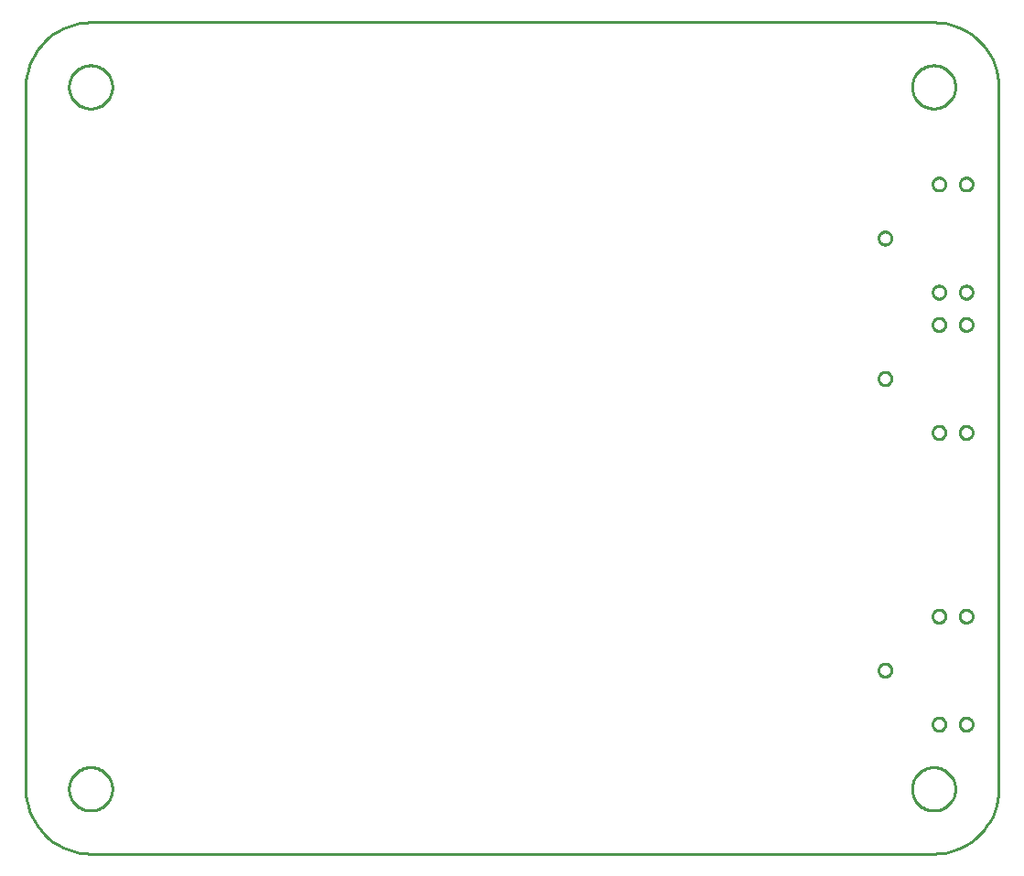
<source format=gbr>
G04 EAGLE Gerber RS-274X export*
G75*
%MOMM*%
%FSLAX34Y34*%
%LPD*%
%IN*%
%IPPOS*%
%AMOC8*
5,1,8,0,0,1.08239X$1,22.5*%
G01*
%ADD10C,0.254000*%


D10*
X0Y60000D02*
X228Y54771D01*
X912Y49581D01*
X2044Y44471D01*
X3618Y39479D01*
X5622Y34643D01*
X8038Y30000D01*
X10851Y25585D01*
X14037Y21433D01*
X17574Y17574D01*
X21433Y14037D01*
X25585Y10851D01*
X30000Y8038D01*
X34643Y5622D01*
X39479Y3618D01*
X44471Y2044D01*
X49581Y912D01*
X54771Y228D01*
X60000Y0D01*
X840000Y0D01*
X845229Y228D01*
X850419Y912D01*
X855529Y2044D01*
X860521Y3618D01*
X865357Y5622D01*
X870000Y8038D01*
X874415Y10851D01*
X878567Y14037D01*
X882426Y17574D01*
X885963Y21433D01*
X889149Y25585D01*
X891962Y30000D01*
X894378Y34643D01*
X896382Y39479D01*
X897956Y44471D01*
X899088Y49581D01*
X899772Y54771D01*
X900000Y60000D01*
X900000Y710000D01*
X899772Y715229D01*
X899088Y720419D01*
X897956Y725529D01*
X896382Y730521D01*
X894378Y735357D01*
X891962Y740000D01*
X889149Y744415D01*
X885963Y748567D01*
X882426Y752426D01*
X878567Y755963D01*
X874415Y759149D01*
X870000Y761962D01*
X865357Y764378D01*
X860521Y766382D01*
X855529Y767956D01*
X850419Y769088D01*
X845229Y769772D01*
X840000Y770000D01*
X60000Y770000D01*
X54771Y769772D01*
X49581Y769088D01*
X44471Y767956D01*
X39479Y766382D01*
X34643Y764378D01*
X30000Y761962D01*
X25585Y759149D01*
X21433Y755963D01*
X17574Y752426D01*
X14037Y748567D01*
X10851Y744415D01*
X8038Y740000D01*
X5622Y735357D01*
X3618Y730521D01*
X2044Y725529D01*
X912Y720419D01*
X228Y715229D01*
X0Y710000D01*
X0Y60000D01*
X80000Y59396D02*
X79927Y58189D01*
X79781Y56989D01*
X79563Y55800D01*
X79274Y54627D01*
X78915Y53473D01*
X78486Y52343D01*
X77990Y51241D01*
X77428Y50170D01*
X76803Y49136D01*
X76116Y48141D01*
X75371Y47190D01*
X74569Y46285D01*
X73715Y45431D01*
X72810Y44629D01*
X71859Y43884D01*
X70864Y43197D01*
X69830Y42572D01*
X68759Y42010D01*
X67657Y41514D01*
X66527Y41085D01*
X65373Y40726D01*
X64200Y40437D01*
X63011Y40219D01*
X61811Y40073D01*
X60604Y40000D01*
X59396Y40000D01*
X58189Y40073D01*
X56989Y40219D01*
X55800Y40437D01*
X54627Y40726D01*
X53473Y41085D01*
X52343Y41514D01*
X51241Y42010D01*
X50170Y42572D01*
X49136Y43197D01*
X48141Y43884D01*
X47190Y44629D01*
X46285Y45431D01*
X45431Y46285D01*
X44629Y47190D01*
X43884Y48141D01*
X43197Y49136D01*
X42572Y50170D01*
X42010Y51241D01*
X41514Y52343D01*
X41085Y53473D01*
X40726Y54627D01*
X40437Y55800D01*
X40219Y56989D01*
X40073Y58189D01*
X40000Y59396D01*
X40000Y60604D01*
X40073Y61811D01*
X40219Y63011D01*
X40437Y64200D01*
X40726Y65373D01*
X41085Y66527D01*
X41514Y67657D01*
X42010Y68759D01*
X42572Y69830D01*
X43197Y70864D01*
X43884Y71859D01*
X44629Y72810D01*
X45431Y73715D01*
X46285Y74569D01*
X47190Y75371D01*
X48141Y76116D01*
X49136Y76803D01*
X50170Y77428D01*
X51241Y77990D01*
X52343Y78486D01*
X53473Y78915D01*
X54627Y79274D01*
X55800Y79563D01*
X56989Y79781D01*
X58189Y79927D01*
X59396Y80000D01*
X60604Y80000D01*
X61811Y79927D01*
X63011Y79781D01*
X64200Y79563D01*
X65373Y79274D01*
X66527Y78915D01*
X67657Y78486D01*
X68759Y77990D01*
X69830Y77428D01*
X70864Y76803D01*
X71859Y76116D01*
X72810Y75371D01*
X73715Y74569D01*
X74569Y73715D01*
X75371Y72810D01*
X76116Y71859D01*
X76803Y70864D01*
X77428Y69830D01*
X77990Y68759D01*
X78486Y67657D01*
X78915Y66527D01*
X79274Y65373D01*
X79563Y64200D01*
X79781Y63011D01*
X79927Y61811D01*
X80000Y60604D01*
X80000Y59396D01*
X860000Y59396D02*
X859927Y58189D01*
X859781Y56989D01*
X859563Y55800D01*
X859274Y54627D01*
X858915Y53473D01*
X858486Y52343D01*
X857990Y51241D01*
X857428Y50170D01*
X856803Y49136D01*
X856116Y48141D01*
X855371Y47190D01*
X854569Y46285D01*
X853715Y45431D01*
X852810Y44629D01*
X851859Y43884D01*
X850864Y43197D01*
X849830Y42572D01*
X848759Y42010D01*
X847657Y41514D01*
X846527Y41085D01*
X845373Y40726D01*
X844200Y40437D01*
X843011Y40219D01*
X841811Y40073D01*
X840604Y40000D01*
X839396Y40000D01*
X838189Y40073D01*
X836989Y40219D01*
X835800Y40437D01*
X834627Y40726D01*
X833473Y41085D01*
X832343Y41514D01*
X831241Y42010D01*
X830170Y42572D01*
X829136Y43197D01*
X828141Y43884D01*
X827190Y44629D01*
X826285Y45431D01*
X825431Y46285D01*
X824629Y47190D01*
X823884Y48141D01*
X823197Y49136D01*
X822572Y50170D01*
X822010Y51241D01*
X821514Y52343D01*
X821085Y53473D01*
X820726Y54627D01*
X820437Y55800D01*
X820219Y56989D01*
X820073Y58189D01*
X820000Y59396D01*
X820000Y60604D01*
X820073Y61811D01*
X820219Y63011D01*
X820437Y64200D01*
X820726Y65373D01*
X821085Y66527D01*
X821514Y67657D01*
X822010Y68759D01*
X822572Y69830D01*
X823197Y70864D01*
X823884Y71859D01*
X824629Y72810D01*
X825431Y73715D01*
X826285Y74569D01*
X827190Y75371D01*
X828141Y76116D01*
X829136Y76803D01*
X830170Y77428D01*
X831241Y77990D01*
X832343Y78486D01*
X833473Y78915D01*
X834627Y79274D01*
X835800Y79563D01*
X836989Y79781D01*
X838189Y79927D01*
X839396Y80000D01*
X840604Y80000D01*
X841811Y79927D01*
X843011Y79781D01*
X844200Y79563D01*
X845373Y79274D01*
X846527Y78915D01*
X847657Y78486D01*
X848759Y77990D01*
X849830Y77428D01*
X850864Y76803D01*
X851859Y76116D01*
X852810Y75371D01*
X853715Y74569D01*
X854569Y73715D01*
X855371Y72810D01*
X856116Y71859D01*
X856803Y70864D01*
X857428Y69830D01*
X857990Y68759D01*
X858486Y67657D01*
X858915Y66527D01*
X859274Y65373D01*
X859563Y64200D01*
X859781Y63011D01*
X859927Y61811D01*
X860000Y60604D01*
X860000Y59396D01*
X80000Y709396D02*
X79927Y708189D01*
X79781Y706989D01*
X79563Y705800D01*
X79274Y704627D01*
X78915Y703473D01*
X78486Y702343D01*
X77990Y701241D01*
X77428Y700170D01*
X76803Y699136D01*
X76116Y698141D01*
X75371Y697190D01*
X74569Y696285D01*
X73715Y695431D01*
X72810Y694629D01*
X71859Y693884D01*
X70864Y693197D01*
X69830Y692572D01*
X68759Y692010D01*
X67657Y691514D01*
X66527Y691085D01*
X65373Y690726D01*
X64200Y690437D01*
X63011Y690219D01*
X61811Y690073D01*
X60604Y690000D01*
X59396Y690000D01*
X58189Y690073D01*
X56989Y690219D01*
X55800Y690437D01*
X54627Y690726D01*
X53473Y691085D01*
X52343Y691514D01*
X51241Y692010D01*
X50170Y692572D01*
X49136Y693197D01*
X48141Y693884D01*
X47190Y694629D01*
X46285Y695431D01*
X45431Y696285D01*
X44629Y697190D01*
X43884Y698141D01*
X43197Y699136D01*
X42572Y700170D01*
X42010Y701241D01*
X41514Y702343D01*
X41085Y703473D01*
X40726Y704627D01*
X40437Y705800D01*
X40219Y706989D01*
X40073Y708189D01*
X40000Y709396D01*
X40000Y710604D01*
X40073Y711811D01*
X40219Y713011D01*
X40437Y714200D01*
X40726Y715373D01*
X41085Y716527D01*
X41514Y717657D01*
X42010Y718759D01*
X42572Y719830D01*
X43197Y720864D01*
X43884Y721859D01*
X44629Y722810D01*
X45431Y723715D01*
X46285Y724569D01*
X47190Y725371D01*
X48141Y726116D01*
X49136Y726803D01*
X50170Y727428D01*
X51241Y727990D01*
X52343Y728486D01*
X53473Y728915D01*
X54627Y729274D01*
X55800Y729563D01*
X56989Y729781D01*
X58189Y729927D01*
X59396Y730000D01*
X60604Y730000D01*
X61811Y729927D01*
X63011Y729781D01*
X64200Y729563D01*
X65373Y729274D01*
X66527Y728915D01*
X67657Y728486D01*
X68759Y727990D01*
X69830Y727428D01*
X70864Y726803D01*
X71859Y726116D01*
X72810Y725371D01*
X73715Y724569D01*
X74569Y723715D01*
X75371Y722810D01*
X76116Y721859D01*
X76803Y720864D01*
X77428Y719830D01*
X77990Y718759D01*
X78486Y717657D01*
X78915Y716527D01*
X79274Y715373D01*
X79563Y714200D01*
X79781Y713011D01*
X79927Y711811D01*
X80000Y710604D01*
X80000Y709396D01*
X860000Y709396D02*
X859927Y708189D01*
X859781Y706989D01*
X859563Y705800D01*
X859274Y704627D01*
X858915Y703473D01*
X858486Y702343D01*
X857990Y701241D01*
X857428Y700170D01*
X856803Y699136D01*
X856116Y698141D01*
X855371Y697190D01*
X854569Y696285D01*
X853715Y695431D01*
X852810Y694629D01*
X851859Y693884D01*
X850864Y693197D01*
X849830Y692572D01*
X848759Y692010D01*
X847657Y691514D01*
X846527Y691085D01*
X845373Y690726D01*
X844200Y690437D01*
X843011Y690219D01*
X841811Y690073D01*
X840604Y690000D01*
X839396Y690000D01*
X838189Y690073D01*
X836989Y690219D01*
X835800Y690437D01*
X834627Y690726D01*
X833473Y691085D01*
X832343Y691514D01*
X831241Y692010D01*
X830170Y692572D01*
X829136Y693197D01*
X828141Y693884D01*
X827190Y694629D01*
X826285Y695431D01*
X825431Y696285D01*
X824629Y697190D01*
X823884Y698141D01*
X823197Y699136D01*
X822572Y700170D01*
X822010Y701241D01*
X821514Y702343D01*
X821085Y703473D01*
X820726Y704627D01*
X820437Y705800D01*
X820219Y706989D01*
X820073Y708189D01*
X820000Y709396D01*
X820000Y710604D01*
X820073Y711811D01*
X820219Y713011D01*
X820437Y714200D01*
X820726Y715373D01*
X821085Y716527D01*
X821514Y717657D01*
X822010Y718759D01*
X822572Y719830D01*
X823197Y720864D01*
X823884Y721859D01*
X824629Y722810D01*
X825431Y723715D01*
X826285Y724569D01*
X827190Y725371D01*
X828141Y726116D01*
X829136Y726803D01*
X830170Y727428D01*
X831241Y727990D01*
X832343Y728486D01*
X833473Y728915D01*
X834627Y729274D01*
X835800Y729563D01*
X836989Y729781D01*
X838189Y729927D01*
X839396Y730000D01*
X840604Y730000D01*
X841811Y729927D01*
X843011Y729781D01*
X844200Y729563D01*
X845373Y729274D01*
X846527Y728915D01*
X847657Y728486D01*
X848759Y727990D01*
X849830Y727428D01*
X850864Y726803D01*
X851859Y726116D01*
X852810Y725371D01*
X853715Y724569D01*
X854569Y723715D01*
X855371Y722810D01*
X856116Y721859D01*
X856803Y720864D01*
X857428Y719830D01*
X857990Y718759D01*
X858486Y717657D01*
X858915Y716527D01*
X859274Y715373D01*
X859563Y714200D01*
X859781Y713011D01*
X859927Y711811D01*
X860000Y710604D01*
X860000Y709396D01*
X839000Y520337D02*
X839075Y521007D01*
X839225Y521664D01*
X839448Y522300D01*
X839740Y522907D01*
X840099Y523478D01*
X840519Y524004D01*
X840996Y524481D01*
X841523Y524901D01*
X842093Y525260D01*
X842700Y525552D01*
X843336Y525775D01*
X843993Y525925D01*
X844663Y526000D01*
X845337Y526000D01*
X846007Y525925D01*
X846664Y525775D01*
X847300Y525552D01*
X847907Y525260D01*
X848478Y524901D01*
X849004Y524481D01*
X849481Y524004D01*
X849901Y523478D01*
X850260Y522907D01*
X850552Y522300D01*
X850775Y521664D01*
X850925Y521007D01*
X851000Y520337D01*
X851000Y519663D01*
X850925Y518993D01*
X850775Y518336D01*
X850552Y517700D01*
X850260Y517093D01*
X849901Y516523D01*
X849481Y515996D01*
X849004Y515519D01*
X848478Y515099D01*
X847907Y514740D01*
X847300Y514448D01*
X846664Y514225D01*
X846007Y514075D01*
X845337Y514000D01*
X844663Y514000D01*
X843993Y514075D01*
X843336Y514225D01*
X842700Y514448D01*
X842093Y514740D01*
X841523Y515099D01*
X840996Y515519D01*
X840519Y515996D01*
X840099Y516523D01*
X839740Y517093D01*
X839448Y517700D01*
X839225Y518336D01*
X839075Y518993D01*
X839000Y519663D01*
X839000Y520337D01*
X864000Y520337D02*
X864075Y521007D01*
X864225Y521664D01*
X864448Y522300D01*
X864740Y522907D01*
X865099Y523478D01*
X865519Y524004D01*
X865996Y524481D01*
X866523Y524901D01*
X867093Y525260D01*
X867700Y525552D01*
X868336Y525775D01*
X868993Y525925D01*
X869663Y526000D01*
X870337Y526000D01*
X871007Y525925D01*
X871664Y525775D01*
X872300Y525552D01*
X872907Y525260D01*
X873478Y524901D01*
X874004Y524481D01*
X874481Y524004D01*
X874901Y523478D01*
X875260Y522907D01*
X875552Y522300D01*
X875775Y521664D01*
X875925Y521007D01*
X876000Y520337D01*
X876000Y519663D01*
X875925Y518993D01*
X875775Y518336D01*
X875552Y517700D01*
X875260Y517093D01*
X874901Y516523D01*
X874481Y515996D01*
X874004Y515519D01*
X873478Y515099D01*
X872907Y514740D01*
X872300Y514448D01*
X871664Y514225D01*
X871007Y514075D01*
X870337Y514000D01*
X869663Y514000D01*
X868993Y514075D01*
X868336Y514225D01*
X867700Y514448D01*
X867093Y514740D01*
X866523Y515099D01*
X865996Y515519D01*
X865519Y515996D01*
X865099Y516523D01*
X864740Y517093D01*
X864448Y517700D01*
X864225Y518336D01*
X864075Y518993D01*
X864000Y519663D01*
X864000Y520337D01*
X864000Y620337D02*
X864075Y621007D01*
X864225Y621664D01*
X864448Y622300D01*
X864740Y622907D01*
X865099Y623478D01*
X865519Y624004D01*
X865996Y624481D01*
X866523Y624901D01*
X867093Y625260D01*
X867700Y625552D01*
X868336Y625775D01*
X868993Y625925D01*
X869663Y626000D01*
X870337Y626000D01*
X871007Y625925D01*
X871664Y625775D01*
X872300Y625552D01*
X872907Y625260D01*
X873478Y624901D01*
X874004Y624481D01*
X874481Y624004D01*
X874901Y623478D01*
X875260Y622907D01*
X875552Y622300D01*
X875775Y621664D01*
X875925Y621007D01*
X876000Y620337D01*
X876000Y619663D01*
X875925Y618993D01*
X875775Y618336D01*
X875552Y617700D01*
X875260Y617093D01*
X874901Y616523D01*
X874481Y615996D01*
X874004Y615519D01*
X873478Y615099D01*
X872907Y614740D01*
X872300Y614448D01*
X871664Y614225D01*
X871007Y614075D01*
X870337Y614000D01*
X869663Y614000D01*
X868993Y614075D01*
X868336Y614225D01*
X867700Y614448D01*
X867093Y614740D01*
X866523Y615099D01*
X865996Y615519D01*
X865519Y615996D01*
X865099Y616523D01*
X864740Y617093D01*
X864448Y617700D01*
X864225Y618336D01*
X864075Y618993D01*
X864000Y619663D01*
X864000Y620337D01*
X839000Y620337D02*
X839075Y621007D01*
X839225Y621664D01*
X839448Y622300D01*
X839740Y622907D01*
X840099Y623478D01*
X840519Y624004D01*
X840996Y624481D01*
X841523Y624901D01*
X842093Y625260D01*
X842700Y625552D01*
X843336Y625775D01*
X843993Y625925D01*
X844663Y626000D01*
X845337Y626000D01*
X846007Y625925D01*
X846664Y625775D01*
X847300Y625552D01*
X847907Y625260D01*
X848478Y624901D01*
X849004Y624481D01*
X849481Y624004D01*
X849901Y623478D01*
X850260Y622907D01*
X850552Y622300D01*
X850775Y621664D01*
X850925Y621007D01*
X851000Y620337D01*
X851000Y619663D01*
X850925Y618993D01*
X850775Y618336D01*
X850552Y617700D01*
X850260Y617093D01*
X849901Y616523D01*
X849481Y615996D01*
X849004Y615519D01*
X848478Y615099D01*
X847907Y614740D01*
X847300Y614448D01*
X846664Y614225D01*
X846007Y614075D01*
X845337Y614000D01*
X844663Y614000D01*
X843993Y614075D01*
X843336Y614225D01*
X842700Y614448D01*
X842093Y614740D01*
X841523Y615099D01*
X840996Y615519D01*
X840519Y615996D01*
X840099Y616523D01*
X839740Y617093D01*
X839448Y617700D01*
X839225Y618336D01*
X839075Y618993D01*
X839000Y619663D01*
X839000Y620337D01*
X789000Y570337D02*
X789075Y571007D01*
X789225Y571664D01*
X789448Y572300D01*
X789740Y572907D01*
X790099Y573478D01*
X790519Y574004D01*
X790996Y574481D01*
X791523Y574901D01*
X792093Y575260D01*
X792700Y575552D01*
X793336Y575775D01*
X793993Y575925D01*
X794663Y576000D01*
X795337Y576000D01*
X796007Y575925D01*
X796664Y575775D01*
X797300Y575552D01*
X797907Y575260D01*
X798478Y574901D01*
X799004Y574481D01*
X799481Y574004D01*
X799901Y573478D01*
X800260Y572907D01*
X800552Y572300D01*
X800775Y571664D01*
X800925Y571007D01*
X801000Y570337D01*
X801000Y569663D01*
X800925Y568993D01*
X800775Y568336D01*
X800552Y567700D01*
X800260Y567093D01*
X799901Y566523D01*
X799481Y565996D01*
X799004Y565519D01*
X798478Y565099D01*
X797907Y564740D01*
X797300Y564448D01*
X796664Y564225D01*
X796007Y564075D01*
X795337Y564000D01*
X794663Y564000D01*
X793993Y564075D01*
X793336Y564225D01*
X792700Y564448D01*
X792093Y564740D01*
X791523Y565099D01*
X790996Y565519D01*
X790519Y565996D01*
X790099Y566523D01*
X789740Y567093D01*
X789448Y567700D01*
X789225Y568336D01*
X789075Y568993D01*
X789000Y569663D01*
X789000Y570337D01*
X839000Y390337D02*
X839075Y391007D01*
X839225Y391664D01*
X839448Y392300D01*
X839740Y392907D01*
X840099Y393478D01*
X840519Y394004D01*
X840996Y394481D01*
X841523Y394901D01*
X842093Y395260D01*
X842700Y395552D01*
X843336Y395775D01*
X843993Y395925D01*
X844663Y396000D01*
X845337Y396000D01*
X846007Y395925D01*
X846664Y395775D01*
X847300Y395552D01*
X847907Y395260D01*
X848478Y394901D01*
X849004Y394481D01*
X849481Y394004D01*
X849901Y393478D01*
X850260Y392907D01*
X850552Y392300D01*
X850775Y391664D01*
X850925Y391007D01*
X851000Y390337D01*
X851000Y389663D01*
X850925Y388993D01*
X850775Y388336D01*
X850552Y387700D01*
X850260Y387093D01*
X849901Y386523D01*
X849481Y385996D01*
X849004Y385519D01*
X848478Y385099D01*
X847907Y384740D01*
X847300Y384448D01*
X846664Y384225D01*
X846007Y384075D01*
X845337Y384000D01*
X844663Y384000D01*
X843993Y384075D01*
X843336Y384225D01*
X842700Y384448D01*
X842093Y384740D01*
X841523Y385099D01*
X840996Y385519D01*
X840519Y385996D01*
X840099Y386523D01*
X839740Y387093D01*
X839448Y387700D01*
X839225Y388336D01*
X839075Y388993D01*
X839000Y389663D01*
X839000Y390337D01*
X864000Y390337D02*
X864075Y391007D01*
X864225Y391664D01*
X864448Y392300D01*
X864740Y392907D01*
X865099Y393478D01*
X865519Y394004D01*
X865996Y394481D01*
X866523Y394901D01*
X867093Y395260D01*
X867700Y395552D01*
X868336Y395775D01*
X868993Y395925D01*
X869663Y396000D01*
X870337Y396000D01*
X871007Y395925D01*
X871664Y395775D01*
X872300Y395552D01*
X872907Y395260D01*
X873478Y394901D01*
X874004Y394481D01*
X874481Y394004D01*
X874901Y393478D01*
X875260Y392907D01*
X875552Y392300D01*
X875775Y391664D01*
X875925Y391007D01*
X876000Y390337D01*
X876000Y389663D01*
X875925Y388993D01*
X875775Y388336D01*
X875552Y387700D01*
X875260Y387093D01*
X874901Y386523D01*
X874481Y385996D01*
X874004Y385519D01*
X873478Y385099D01*
X872907Y384740D01*
X872300Y384448D01*
X871664Y384225D01*
X871007Y384075D01*
X870337Y384000D01*
X869663Y384000D01*
X868993Y384075D01*
X868336Y384225D01*
X867700Y384448D01*
X867093Y384740D01*
X866523Y385099D01*
X865996Y385519D01*
X865519Y385996D01*
X865099Y386523D01*
X864740Y387093D01*
X864448Y387700D01*
X864225Y388336D01*
X864075Y388993D01*
X864000Y389663D01*
X864000Y390337D01*
X864000Y490337D02*
X864075Y491007D01*
X864225Y491664D01*
X864448Y492300D01*
X864740Y492907D01*
X865099Y493478D01*
X865519Y494004D01*
X865996Y494481D01*
X866523Y494901D01*
X867093Y495260D01*
X867700Y495552D01*
X868336Y495775D01*
X868993Y495925D01*
X869663Y496000D01*
X870337Y496000D01*
X871007Y495925D01*
X871664Y495775D01*
X872300Y495552D01*
X872907Y495260D01*
X873478Y494901D01*
X874004Y494481D01*
X874481Y494004D01*
X874901Y493478D01*
X875260Y492907D01*
X875552Y492300D01*
X875775Y491664D01*
X875925Y491007D01*
X876000Y490337D01*
X876000Y489663D01*
X875925Y488993D01*
X875775Y488336D01*
X875552Y487700D01*
X875260Y487093D01*
X874901Y486523D01*
X874481Y485996D01*
X874004Y485519D01*
X873478Y485099D01*
X872907Y484740D01*
X872300Y484448D01*
X871664Y484225D01*
X871007Y484075D01*
X870337Y484000D01*
X869663Y484000D01*
X868993Y484075D01*
X868336Y484225D01*
X867700Y484448D01*
X867093Y484740D01*
X866523Y485099D01*
X865996Y485519D01*
X865519Y485996D01*
X865099Y486523D01*
X864740Y487093D01*
X864448Y487700D01*
X864225Y488336D01*
X864075Y488993D01*
X864000Y489663D01*
X864000Y490337D01*
X839000Y490337D02*
X839075Y491007D01*
X839225Y491664D01*
X839448Y492300D01*
X839740Y492907D01*
X840099Y493478D01*
X840519Y494004D01*
X840996Y494481D01*
X841523Y494901D01*
X842093Y495260D01*
X842700Y495552D01*
X843336Y495775D01*
X843993Y495925D01*
X844663Y496000D01*
X845337Y496000D01*
X846007Y495925D01*
X846664Y495775D01*
X847300Y495552D01*
X847907Y495260D01*
X848478Y494901D01*
X849004Y494481D01*
X849481Y494004D01*
X849901Y493478D01*
X850260Y492907D01*
X850552Y492300D01*
X850775Y491664D01*
X850925Y491007D01*
X851000Y490337D01*
X851000Y489663D01*
X850925Y488993D01*
X850775Y488336D01*
X850552Y487700D01*
X850260Y487093D01*
X849901Y486523D01*
X849481Y485996D01*
X849004Y485519D01*
X848478Y485099D01*
X847907Y484740D01*
X847300Y484448D01*
X846664Y484225D01*
X846007Y484075D01*
X845337Y484000D01*
X844663Y484000D01*
X843993Y484075D01*
X843336Y484225D01*
X842700Y484448D01*
X842093Y484740D01*
X841523Y485099D01*
X840996Y485519D01*
X840519Y485996D01*
X840099Y486523D01*
X839740Y487093D01*
X839448Y487700D01*
X839225Y488336D01*
X839075Y488993D01*
X839000Y489663D01*
X839000Y490337D01*
X789000Y440337D02*
X789075Y441007D01*
X789225Y441664D01*
X789448Y442300D01*
X789740Y442907D01*
X790099Y443478D01*
X790519Y444004D01*
X790996Y444481D01*
X791523Y444901D01*
X792093Y445260D01*
X792700Y445552D01*
X793336Y445775D01*
X793993Y445925D01*
X794663Y446000D01*
X795337Y446000D01*
X796007Y445925D01*
X796664Y445775D01*
X797300Y445552D01*
X797907Y445260D01*
X798478Y444901D01*
X799004Y444481D01*
X799481Y444004D01*
X799901Y443478D01*
X800260Y442907D01*
X800552Y442300D01*
X800775Y441664D01*
X800925Y441007D01*
X801000Y440337D01*
X801000Y439663D01*
X800925Y438993D01*
X800775Y438336D01*
X800552Y437700D01*
X800260Y437093D01*
X799901Y436523D01*
X799481Y435996D01*
X799004Y435519D01*
X798478Y435099D01*
X797907Y434740D01*
X797300Y434448D01*
X796664Y434225D01*
X796007Y434075D01*
X795337Y434000D01*
X794663Y434000D01*
X793993Y434075D01*
X793336Y434225D01*
X792700Y434448D01*
X792093Y434740D01*
X791523Y435099D01*
X790996Y435519D01*
X790519Y435996D01*
X790099Y436523D01*
X789740Y437093D01*
X789448Y437700D01*
X789225Y438336D01*
X789075Y438993D01*
X789000Y439663D01*
X789000Y440337D01*
X839000Y120337D02*
X839075Y121007D01*
X839225Y121664D01*
X839448Y122300D01*
X839740Y122907D01*
X840099Y123478D01*
X840519Y124004D01*
X840996Y124481D01*
X841523Y124901D01*
X842093Y125260D01*
X842700Y125552D01*
X843336Y125775D01*
X843993Y125925D01*
X844663Y126000D01*
X845337Y126000D01*
X846007Y125925D01*
X846664Y125775D01*
X847300Y125552D01*
X847907Y125260D01*
X848478Y124901D01*
X849004Y124481D01*
X849481Y124004D01*
X849901Y123478D01*
X850260Y122907D01*
X850552Y122300D01*
X850775Y121664D01*
X850925Y121007D01*
X851000Y120337D01*
X851000Y119663D01*
X850925Y118993D01*
X850775Y118336D01*
X850552Y117700D01*
X850260Y117093D01*
X849901Y116523D01*
X849481Y115996D01*
X849004Y115519D01*
X848478Y115099D01*
X847907Y114740D01*
X847300Y114448D01*
X846664Y114225D01*
X846007Y114075D01*
X845337Y114000D01*
X844663Y114000D01*
X843993Y114075D01*
X843336Y114225D01*
X842700Y114448D01*
X842093Y114740D01*
X841523Y115099D01*
X840996Y115519D01*
X840519Y115996D01*
X840099Y116523D01*
X839740Y117093D01*
X839448Y117700D01*
X839225Y118336D01*
X839075Y118993D01*
X839000Y119663D01*
X839000Y120337D01*
X864000Y120337D02*
X864075Y121007D01*
X864225Y121664D01*
X864448Y122300D01*
X864740Y122907D01*
X865099Y123478D01*
X865519Y124004D01*
X865996Y124481D01*
X866523Y124901D01*
X867093Y125260D01*
X867700Y125552D01*
X868336Y125775D01*
X868993Y125925D01*
X869663Y126000D01*
X870337Y126000D01*
X871007Y125925D01*
X871664Y125775D01*
X872300Y125552D01*
X872907Y125260D01*
X873478Y124901D01*
X874004Y124481D01*
X874481Y124004D01*
X874901Y123478D01*
X875260Y122907D01*
X875552Y122300D01*
X875775Y121664D01*
X875925Y121007D01*
X876000Y120337D01*
X876000Y119663D01*
X875925Y118993D01*
X875775Y118336D01*
X875552Y117700D01*
X875260Y117093D01*
X874901Y116523D01*
X874481Y115996D01*
X874004Y115519D01*
X873478Y115099D01*
X872907Y114740D01*
X872300Y114448D01*
X871664Y114225D01*
X871007Y114075D01*
X870337Y114000D01*
X869663Y114000D01*
X868993Y114075D01*
X868336Y114225D01*
X867700Y114448D01*
X867093Y114740D01*
X866523Y115099D01*
X865996Y115519D01*
X865519Y115996D01*
X865099Y116523D01*
X864740Y117093D01*
X864448Y117700D01*
X864225Y118336D01*
X864075Y118993D01*
X864000Y119663D01*
X864000Y120337D01*
X864000Y220337D02*
X864075Y221007D01*
X864225Y221664D01*
X864448Y222300D01*
X864740Y222907D01*
X865099Y223478D01*
X865519Y224004D01*
X865996Y224481D01*
X866523Y224901D01*
X867093Y225260D01*
X867700Y225552D01*
X868336Y225775D01*
X868993Y225925D01*
X869663Y226000D01*
X870337Y226000D01*
X871007Y225925D01*
X871664Y225775D01*
X872300Y225552D01*
X872907Y225260D01*
X873478Y224901D01*
X874004Y224481D01*
X874481Y224004D01*
X874901Y223478D01*
X875260Y222907D01*
X875552Y222300D01*
X875775Y221664D01*
X875925Y221007D01*
X876000Y220337D01*
X876000Y219663D01*
X875925Y218993D01*
X875775Y218336D01*
X875552Y217700D01*
X875260Y217093D01*
X874901Y216523D01*
X874481Y215996D01*
X874004Y215519D01*
X873478Y215099D01*
X872907Y214740D01*
X872300Y214448D01*
X871664Y214225D01*
X871007Y214075D01*
X870337Y214000D01*
X869663Y214000D01*
X868993Y214075D01*
X868336Y214225D01*
X867700Y214448D01*
X867093Y214740D01*
X866523Y215099D01*
X865996Y215519D01*
X865519Y215996D01*
X865099Y216523D01*
X864740Y217093D01*
X864448Y217700D01*
X864225Y218336D01*
X864075Y218993D01*
X864000Y219663D01*
X864000Y220337D01*
X839000Y220337D02*
X839075Y221007D01*
X839225Y221664D01*
X839448Y222300D01*
X839740Y222907D01*
X840099Y223478D01*
X840519Y224004D01*
X840996Y224481D01*
X841523Y224901D01*
X842093Y225260D01*
X842700Y225552D01*
X843336Y225775D01*
X843993Y225925D01*
X844663Y226000D01*
X845337Y226000D01*
X846007Y225925D01*
X846664Y225775D01*
X847300Y225552D01*
X847907Y225260D01*
X848478Y224901D01*
X849004Y224481D01*
X849481Y224004D01*
X849901Y223478D01*
X850260Y222907D01*
X850552Y222300D01*
X850775Y221664D01*
X850925Y221007D01*
X851000Y220337D01*
X851000Y219663D01*
X850925Y218993D01*
X850775Y218336D01*
X850552Y217700D01*
X850260Y217093D01*
X849901Y216523D01*
X849481Y215996D01*
X849004Y215519D01*
X848478Y215099D01*
X847907Y214740D01*
X847300Y214448D01*
X846664Y214225D01*
X846007Y214075D01*
X845337Y214000D01*
X844663Y214000D01*
X843993Y214075D01*
X843336Y214225D01*
X842700Y214448D01*
X842093Y214740D01*
X841523Y215099D01*
X840996Y215519D01*
X840519Y215996D01*
X840099Y216523D01*
X839740Y217093D01*
X839448Y217700D01*
X839225Y218336D01*
X839075Y218993D01*
X839000Y219663D01*
X839000Y220337D01*
X789000Y170337D02*
X789075Y171007D01*
X789225Y171664D01*
X789448Y172300D01*
X789740Y172907D01*
X790099Y173478D01*
X790519Y174004D01*
X790996Y174481D01*
X791523Y174901D01*
X792093Y175260D01*
X792700Y175552D01*
X793336Y175775D01*
X793993Y175925D01*
X794663Y176000D01*
X795337Y176000D01*
X796007Y175925D01*
X796664Y175775D01*
X797300Y175552D01*
X797907Y175260D01*
X798478Y174901D01*
X799004Y174481D01*
X799481Y174004D01*
X799901Y173478D01*
X800260Y172907D01*
X800552Y172300D01*
X800775Y171664D01*
X800925Y171007D01*
X801000Y170337D01*
X801000Y169663D01*
X800925Y168993D01*
X800775Y168336D01*
X800552Y167700D01*
X800260Y167093D01*
X799901Y166523D01*
X799481Y165996D01*
X799004Y165519D01*
X798478Y165099D01*
X797907Y164740D01*
X797300Y164448D01*
X796664Y164225D01*
X796007Y164075D01*
X795337Y164000D01*
X794663Y164000D01*
X793993Y164075D01*
X793336Y164225D01*
X792700Y164448D01*
X792093Y164740D01*
X791523Y165099D01*
X790996Y165519D01*
X790519Y165996D01*
X790099Y166523D01*
X789740Y167093D01*
X789448Y167700D01*
X789225Y168336D01*
X789075Y168993D01*
X789000Y169663D01*
X789000Y170337D01*
M02*

</source>
